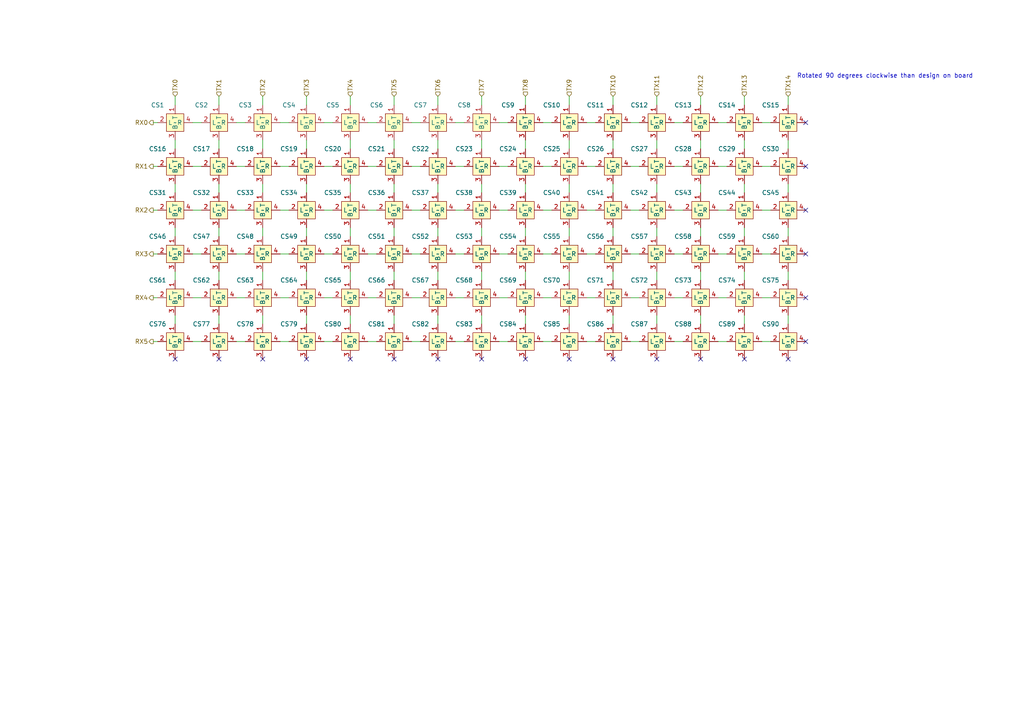
<source format=kicad_sch>
(kicad_sch (version 20230121) (generator eeschema)
  (paper "A4")
  (lib_symbols
    (symbol "captouch:Capacitive_Touch_Sensor" (in_bom no) (on_board no)
      (property "Reference" "CS" (at -3.81 3.81 0))
      (symbol "Capacitive_Touch_Sensor_1_1"
        (rectangle (start -2.54 2.54) (end 2.54 -2.54) (fill (type background)))
        (pin passive line (at 0 5.08 270) (length 2.54) (name "T") (number "1"))
        (pin passive line (at -5.08 0 0) (length 2.54) (name "L") (number "2"))
        (pin passive line (at 0 -5.08 90) (length 2.54) (name "B") (number "3"))
        (pin passive line (at 5.08 0 180) (length 2.54) (name "R") (number "4"))
      )
    )
  )
  (no_connect (at 127 104.14))
  (no_connect (at 233.68 35.56))
  (no_connect (at 233.68 48.26))
  (no_connect (at 233.68 60.96))
  (no_connect (at 114.3 104.14))
  (no_connect (at 177.8 104.14))
  (no_connect (at 165.1 104.14))
  (no_connect (at 233.68 73.66))
  (no_connect (at 233.68 86.36))
  (no_connect (at 76.2 104.14))
  (no_connect (at 88.9 104.14))
  (no_connect (at 233.68 99.06))
  (no_connect (at 139.7 104.14))
  (no_connect (at 228.6 104.14))
  (no_connect (at 152.4 104.14))
  (no_connect (at 203.2 104.14))
  (no_connect (at 50.8 104.14))
  (no_connect (at 101.6 104.14))
  (no_connect (at 215.9 104.14))
  (no_connect (at 63.5 104.14))
  (no_connect (at 190.5 104.14))
  (wire (pts (xy 101.6 78.74) (xy 101.6 81.28)))
  (wire (pts (xy 114.3 91.44) (xy 114.3 93.98)))
  (wire (pts (xy 215.9 66.04) (xy 215.9 68.58)))
  (wire (pts (xy 177.8 53.34) (xy 177.8 55.88)))
  (wire (pts (xy 132.08 73.66) (xy 134.62 73.66)))
  (wire (pts (xy 165.1 27.94) (xy 165.1 30.48)))
  (wire (pts (xy 208.28 86.36) (xy 210.82 86.36)))
  (wire (pts (xy 228.6 91.44) (xy 228.6 93.98)))
  (wire (pts (xy 119.38 35.56) (xy 121.92 35.56)))
  (wire (pts (xy 44.45 60.96) (xy 45.72 60.96)))
  (wire (pts (xy 114.3 40.64) (xy 114.3 43.18)))
  (wire (pts (xy 152.4 91.44) (xy 152.4 93.98)))
  (wire (pts (xy 76.2 66.04) (xy 76.2 68.58)))
  (wire (pts (xy 190.5 78.74) (xy 190.5 81.28)))
  (wire (pts (xy 101.6 66.04) (xy 101.6 68.58)))
  (wire (pts (xy 157.48 35.56) (xy 160.02 35.56)))
  (wire (pts (xy 93.98 99.06) (xy 96.52 99.06)))
  (wire (pts (xy 195.58 73.66) (xy 198.12 73.66)))
  (wire (pts (xy 182.88 60.96) (xy 185.42 60.96)))
  (wire (pts (xy 195.58 86.36) (xy 198.12 86.36)))
  (wire (pts (xy 132.08 86.36) (xy 134.62 86.36)))
  (wire (pts (xy 50.8 78.74) (xy 50.8 81.28)))
  (wire (pts (xy 177.8 66.04) (xy 177.8 68.58)))
  (wire (pts (xy 190.5 27.94) (xy 190.5 30.48)))
  (wire (pts (xy 55.88 73.66) (xy 58.42 73.66)))
  (wire (pts (xy 88.9 66.04) (xy 88.9 68.58)))
  (wire (pts (xy 170.18 99.06) (xy 172.72 99.06)))
  (wire (pts (xy 228.6 66.04) (xy 228.6 68.58)))
  (wire (pts (xy 106.68 73.66) (xy 109.22 73.66)))
  (wire (pts (xy 101.6 91.44) (xy 101.6 93.98)))
  (wire (pts (xy 139.7 66.04) (xy 139.7 68.58)))
  (wire (pts (xy 144.78 60.96) (xy 147.32 60.96)))
  (wire (pts (xy 177.8 40.64) (xy 177.8 43.18)))
  (wire (pts (xy 182.88 35.56) (xy 185.42 35.56)))
  (wire (pts (xy 127 40.64) (xy 127 43.18)))
  (wire (pts (xy 88.9 91.44) (xy 88.9 93.98)))
  (wire (pts (xy 132.08 60.96) (xy 134.62 60.96)))
  (wire (pts (xy 44.45 99.06) (xy 45.72 99.06)))
  (wire (pts (xy 190.5 53.34) (xy 190.5 55.88)))
  (wire (pts (xy 208.28 35.56) (xy 210.82 35.56)))
  (wire (pts (xy 93.98 35.56) (xy 96.52 35.56)))
  (wire (pts (xy 208.28 73.66) (xy 210.82 73.66)))
  (wire (pts (xy 81.28 86.36) (xy 83.82 86.36)))
  (wire (pts (xy 139.7 91.44) (xy 139.7 93.98)))
  (wire (pts (xy 93.98 86.36) (xy 96.52 86.36)))
  (wire (pts (xy 63.5 91.44) (xy 63.5 93.98)))
  (wire (pts (xy 76.2 78.74) (xy 76.2 81.28)))
  (wire (pts (xy 228.6 40.64) (xy 228.6 43.18)))
  (wire (pts (xy 190.5 91.44) (xy 190.5 93.98)))
  (wire (pts (xy 165.1 66.04) (xy 165.1 68.58)))
  (wire (pts (xy 157.48 86.36) (xy 160.02 86.36)))
  (wire (pts (xy 119.38 48.26) (xy 121.92 48.26)))
  (wire (pts (xy 152.4 27.94) (xy 152.4 30.48)))
  (wire (pts (xy 215.9 53.34) (xy 215.9 55.88)))
  (wire (pts (xy 139.7 53.34) (xy 139.7 55.88)))
  (wire (pts (xy 106.68 35.56) (xy 109.22 35.56)))
  (wire (pts (xy 208.28 99.06) (xy 210.82 99.06)))
  (wire (pts (xy 139.7 78.74) (xy 139.7 81.28)))
  (wire (pts (xy 88.9 53.34) (xy 88.9 55.88)))
  (wire (pts (xy 63.5 53.34) (xy 63.5 55.88)))
  (wire (pts (xy 127 78.74) (xy 127 81.28)))
  (wire (pts (xy 68.58 48.26) (xy 71.12 48.26)))
  (wire (pts (xy 55.88 99.06) (xy 58.42 99.06)))
  (wire (pts (xy 119.38 60.96) (xy 121.92 60.96)))
  (wire (pts (xy 63.5 40.64) (xy 63.5 43.18)))
  (wire (pts (xy 139.7 27.94) (xy 139.7 30.48)))
  (wire (pts (xy 114.3 66.04) (xy 114.3 68.58)))
  (wire (pts (xy 182.88 86.36) (xy 185.42 86.36)))
  (wire (pts (xy 106.68 99.06) (xy 109.22 99.06)))
  (wire (pts (xy 203.2 91.44) (xy 203.2 93.98)))
  (wire (pts (xy 93.98 60.96) (xy 96.52 60.96)))
  (wire (pts (xy 68.58 60.96) (xy 71.12 60.96)))
  (wire (pts (xy 177.8 27.94) (xy 177.8 30.48)))
  (wire (pts (xy 215.9 27.94) (xy 215.9 30.48)))
  (wire (pts (xy 81.28 60.96) (xy 83.82 60.96)))
  (wire (pts (xy 88.9 40.64) (xy 88.9 43.18)))
  (wire (pts (xy 220.98 48.26) (xy 223.52 48.26)))
  (wire (pts (xy 190.5 40.64) (xy 190.5 43.18)))
  (wire (pts (xy 132.08 35.56) (xy 134.62 35.56)))
  (wire (pts (xy 76.2 27.94) (xy 76.2 30.48)))
  (wire (pts (xy 152.4 40.64) (xy 152.4 43.18)))
  (wire (pts (xy 81.28 48.26) (xy 83.82 48.26)))
  (wire (pts (xy 44.45 35.56) (xy 45.72 35.56)))
  (wire (pts (xy 127 27.94) (xy 127 30.48)))
  (wire (pts (xy 88.9 27.94) (xy 88.9 30.48)))
  (wire (pts (xy 139.7 40.64) (xy 139.7 43.18)))
  (wire (pts (xy 220.98 35.56) (xy 223.52 35.56)))
  (wire (pts (xy 63.5 78.74) (xy 63.5 81.28)))
  (wire (pts (xy 119.38 99.06) (xy 121.92 99.06)))
  (wire (pts (xy 157.48 60.96) (xy 160.02 60.96)))
  (wire (pts (xy 220.98 73.66) (xy 223.52 73.66)))
  (wire (pts (xy 195.58 35.56) (xy 198.12 35.56)))
  (wire (pts (xy 55.88 60.96) (xy 58.42 60.96)))
  (wire (pts (xy 106.68 86.36) (xy 109.22 86.36)))
  (wire (pts (xy 76.2 53.34) (xy 76.2 55.88)))
  (wire (pts (xy 170.18 48.26) (xy 172.72 48.26)))
  (wire (pts (xy 81.28 73.66) (xy 83.82 73.66)))
  (wire (pts (xy 88.9 78.74) (xy 88.9 81.28)))
  (wire (pts (xy 50.8 66.04) (xy 50.8 68.58)))
  (wire (pts (xy 68.58 86.36) (xy 71.12 86.36)))
  (wire (pts (xy 68.58 73.66) (xy 71.12 73.66)))
  (wire (pts (xy 203.2 78.74) (xy 203.2 81.28)))
  (wire (pts (xy 182.88 48.26) (xy 185.42 48.26)))
  (wire (pts (xy 157.48 73.66) (xy 160.02 73.66)))
  (wire (pts (xy 63.5 66.04) (xy 63.5 68.58)))
  (wire (pts (xy 177.8 91.44) (xy 177.8 93.98)))
  (wire (pts (xy 44.45 73.66) (xy 45.72 73.66)))
  (wire (pts (xy 203.2 53.34) (xy 203.2 55.88)))
  (wire (pts (xy 81.28 99.06) (xy 83.82 99.06)))
  (wire (pts (xy 76.2 40.64) (xy 76.2 43.18)))
  (wire (pts (xy 220.98 60.96) (xy 223.52 60.96)))
  (wire (pts (xy 182.88 73.66) (xy 185.42 73.66)))
  (wire (pts (xy 170.18 60.96) (xy 172.72 60.96)))
  (wire (pts (xy 114.3 78.74) (xy 114.3 81.28)))
  (wire (pts (xy 152.4 66.04) (xy 152.4 68.58)))
  (wire (pts (xy 81.28 35.56) (xy 83.82 35.56)))
  (wire (pts (xy 106.68 60.96) (xy 109.22 60.96)))
  (wire (pts (xy 119.38 86.36) (xy 121.92 86.36)))
  (wire (pts (xy 63.5 27.94) (xy 63.5 30.48)))
  (wire (pts (xy 228.6 78.74) (xy 228.6 81.28)))
  (wire (pts (xy 144.78 48.26) (xy 147.32 48.26)))
  (wire (pts (xy 106.68 48.26) (xy 109.22 48.26)))
  (wire (pts (xy 165.1 40.64) (xy 165.1 43.18)))
  (wire (pts (xy 44.45 86.36) (xy 45.72 86.36)))
  (wire (pts (xy 144.78 99.06) (xy 147.32 99.06)))
  (wire (pts (xy 215.9 78.74) (xy 215.9 81.28)))
  (wire (pts (xy 157.48 48.26) (xy 160.02 48.26)))
  (wire (pts (xy 127 53.34) (xy 127 55.88)))
  (wire (pts (xy 170.18 86.36) (xy 172.72 86.36)))
  (wire (pts (xy 177.8 78.74) (xy 177.8 81.28)))
  (wire (pts (xy 157.48 99.06) (xy 160.02 99.06)))
  (wire (pts (xy 144.78 35.56) (xy 147.32 35.56)))
  (wire (pts (xy 170.18 73.66) (xy 172.72 73.66)))
  (wire (pts (xy 101.6 53.34) (xy 101.6 55.88)))
  (wire (pts (xy 114.3 53.34) (xy 114.3 55.88)))
  (wire (pts (xy 190.5 66.04) (xy 190.5 68.58)))
  (wire (pts (xy 203.2 40.64) (xy 203.2 43.18)))
  (wire (pts (xy 208.28 60.96) (xy 210.82 60.96)))
  (wire (pts (xy 195.58 48.26) (xy 198.12 48.26)))
  (wire (pts (xy 55.88 48.26) (xy 58.42 48.26)))
  (wire (pts (xy 228.6 27.94) (xy 228.6 30.48)))
  (wire (pts (xy 50.8 91.44) (xy 50.8 93.98)))
  (wire (pts (xy 208.28 48.26) (xy 210.82 48.26)))
  (wire (pts (xy 203.2 27.94) (xy 203.2 30.48)))
  (wire (pts (xy 165.1 78.74) (xy 165.1 81.28)))
  (wire (pts (xy 68.58 35.56) (xy 71.12 35.56)))
  (wire (pts (xy 93.98 73.66) (xy 96.52 73.66)))
  (wire (pts (xy 152.4 53.34) (xy 152.4 55.88)))
  (wire (pts (xy 195.58 99.06) (xy 198.12 99.06)))
  (wire (pts (xy 76.2 91.44) (xy 76.2 93.98)))
  (wire (pts (xy 93.98 48.26) (xy 96.52 48.26)))
  (wire (pts (xy 55.88 86.36) (xy 58.42 86.36)))
  (wire (pts (xy 101.6 27.94) (xy 101.6 30.48)))
  (wire (pts (xy 44.45 48.26) (xy 45.72 48.26)))
  (wire (pts (xy 50.8 27.94) (xy 50.8 30.48)))
  (wire (pts (xy 127 91.44) (xy 127 93.98)))
  (wire (pts (xy 50.8 53.34) (xy 50.8 55.88)))
  (wire (pts (xy 101.6 40.64) (xy 101.6 43.18)))
  (wire (pts (xy 132.08 99.06) (xy 134.62 99.06)))
  (wire (pts (xy 220.98 99.06) (xy 223.52 99.06)))
  (wire (pts (xy 132.08 48.26) (xy 134.62 48.26)))
  (wire (pts (xy 182.88 99.06) (xy 185.42 99.06)))
  (wire (pts (xy 228.6 53.34) (xy 228.6 55.88)))
  (wire (pts (xy 165.1 53.34) (xy 165.1 55.88)))
  (wire (pts (xy 203.2 66.04) (xy 203.2 68.58)))
  (wire (pts (xy 127 66.04) (xy 127 68.58)))
  (wire (pts (xy 50.8 40.64) (xy 50.8 43.18)))
  (wire (pts (xy 68.58 99.06) (xy 71.12 99.06)))
  (wire (pts (xy 195.58 60.96) (xy 198.12 60.96)))
  (wire (pts (xy 170.18 35.56) (xy 172.72 35.56)))
  (wire (pts (xy 165.1 91.44) (xy 165.1 93.98)))
  (wire (pts (xy 220.98 86.36) (xy 223.52 86.36)))
  (wire (pts (xy 152.4 78.74) (xy 152.4 81.28)))
  (wire (pts (xy 119.38 73.66) (xy 121.92 73.66)))
  (wire (pts (xy 215.9 91.44) (xy 215.9 93.98)))
  (wire (pts (xy 144.78 73.66) (xy 147.32 73.66)))
  (wire (pts (xy 55.88 35.56) (xy 58.42 35.56)))
  (wire (pts (xy 114.3 27.94) (xy 114.3 30.48)))
  (wire (pts (xy 144.78 86.36) (xy 147.32 86.36)))
  (wire (pts (xy 215.9 40.64) (xy 215.9 43.18)))
  (text "Rotated 90 degrees clockwise than design on board" (at 231.14 22.86 0) (effects (font (size 1.27 1.27)) (justify left bottom)))
  (hierarchical_label "TX11" (shape input) (at 190.5 27.94 90))
  (hierarchical_label "RX2" (shape output) (at 44.45 60.96 180))
  (hierarchical_label "TX8" (shape input) (at 152.4 27.94 90))
  (hierarchical_label "TX7" (shape input) (at 139.7 27.94 90))
  (hierarchical_label "TX14" (shape input) (at 228.6 27.94 90))
  (hierarchical_label "TX1" (shape input) (at 63.5 27.94 90))
  (hierarchical_label "TX4" (shape input) (at 101.6 27.94 90))
  (hierarchical_label "TX3" (shape input) (at 88.9 27.94 90))
  (hierarchical_label "TX5" (shape input) (at 114.3 27.94 90))
  (hierarchical_label "RX0" (shape output) (at 44.45 35.56 180))
  (hierarchical_label "TX0" (shape input) (at 50.8 27.94 90))
  (hierarchical_label "RX1" (shape output) (at 44.45 48.26 180))
  (hierarchical_label "TX12" (shape input) (at 203.2 27.94 90))
  (hierarchical_label "TX6" (shape input) (at 127 27.94 90))
  (hierarchical_label "RX5" (shape output) (at 44.45 99.06 180))
  (hierarchical_label "TX13" (shape input) (at 215.9 27.94 90))
  (hierarchical_label "RX3" (shape output) (at 44.45 73.66 180))
  (hierarchical_label "TX2" (shape input) (at 76.2 27.94 90))
  (hierarchical_label "TX9" (shape input) (at 165.1 27.94 90))
  (hierarchical_label "TX10" (shape input) (at 177.8 27.94 90))
  (hierarchical_label "RX4" (shape output) (at 44.45 86.36 180))
  (symbol (lib_id "captouch:Capacitive_Touch_Sensor") (at 215.9 48.26 0) (unit 1) (in_bom no) (on_board no)
    (property "Reference" "CS29" (at 210.82 43.18 0))
    (property "Value" "~" (at 215.9 48.26 0))
  )
  (symbol (lib_id "captouch:Capacitive_Touch_Sensor") (at 139.7 86.36 0) (unit 1) (in_bom no) (on_board no)
    (property "Reference" "CS68" (at 134.62 81.28 0))
    (property "Value" "~" (at 139.7 86.36 0))
  )
  (symbol (lib_id "captouch:Capacitive_Touch_Sensor") (at 63.5 48.26 0) (unit 1) (in_bom no) (on_board no)
    (property "Reference" "CS17" (at 58.42 43.18 0))
    (property "Value" "~" (at 63.5 48.26 0))
  )
  (symbol (lib_id "captouch:Capacitive_Touch_Sensor") (at 76.2 99.06 0) (unit 1) (in_bom no) (on_board no)
    (property "Reference" "CS78" (at 71.12 93.98 0))
    (property "Value" "~" (at 76.2 99.06 0))
  )
  (symbol (lib_id "captouch:Capacitive_Touch_Sensor") (at 50.8 60.96 0) (unit 1) (in_bom no) (on_board no)
    (property "Reference" "CS31" (at 45.72 55.88 0))
    (property "Value" "~" (at 50.8 60.96 0))
  )
  (symbol (lib_id "captouch:Capacitive_Touch_Sensor") (at 88.9 73.66 0) (unit 1) (in_bom no) (on_board no)
    (property "Reference" "CS49" (at 83.82 68.58 0))
    (property "Value" "~" (at 88.9 73.66 0))
  )
  (symbol (lib_id "captouch:Capacitive_Touch_Sensor") (at 127 86.36 0) (unit 1) (in_bom no) (on_board no)
    (property "Reference" "CS67" (at 121.92 81.28 0))
    (property "Value" "~" (at 127 86.36 0))
  )
  (symbol (lib_id "captouch:Capacitive_Touch_Sensor") (at 76.2 35.56 0) (unit 1) (in_bom no) (on_board no)
    (property "Reference" "CS3" (at 71.12 30.48 0))
    (property "Value" "~" (at 76.2 35.56 0))
  )
  (symbol (lib_id "captouch:Capacitive_Touch_Sensor") (at 63.5 73.66 0) (unit 1) (in_bom no) (on_board no)
    (property "Reference" "CS47" (at 58.42 68.58 0))
    (property "Value" "~" (at 63.5 73.66 0))
  )
  (symbol (lib_id "captouch:Capacitive_Touch_Sensor") (at 114.3 35.56 0) (unit 1) (in_bom no) (on_board no)
    (property "Reference" "CS6" (at 109.22 30.48 0))
    (property "Value" "~" (at 114.3 35.56 0))
  )
  (symbol (lib_id "captouch:Capacitive_Touch_Sensor") (at 165.1 86.36 0) (unit 1) (in_bom no) (on_board no)
    (property "Reference" "CS70" (at 160.02 81.28 0))
    (property "Value" "~" (at 165.1 86.36 0))
  )
  (symbol (lib_id "captouch:Capacitive_Touch_Sensor") (at 139.7 99.06 0) (unit 1) (in_bom no) (on_board no)
    (property "Reference" "CS83" (at 134.62 93.98 0))
    (property "Value" "~" (at 139.7 99.06 0))
  )
  (symbol (lib_id "captouch:Capacitive_Touch_Sensor") (at 127 73.66 0) (unit 1) (in_bom no) (on_board no)
    (property "Reference" "CS52" (at 121.92 68.58 0))
    (property "Value" "~" (at 127 73.66 0))
  )
  (symbol (lib_id "captouch:Capacitive_Touch_Sensor") (at 101.6 60.96 0) (unit 1) (in_bom no) (on_board no)
    (property "Reference" "CS35" (at 96.52 55.88 0))
    (property "Value" "~" (at 101.6 60.96 0))
  )
  (symbol (lib_id "captouch:Capacitive_Touch_Sensor") (at 139.7 60.96 0) (unit 1) (in_bom no) (on_board no)
    (property "Reference" "CS38" (at 134.62 55.88 0))
    (property "Value" "~" (at 139.7 60.96 0))
  )
  (symbol (lib_id "captouch:Capacitive_Touch_Sensor") (at 114.3 60.96 0) (unit 1) (in_bom no) (on_board no)
    (property "Reference" "CS36" (at 109.22 55.88 0))
    (property "Value" "~" (at 114.3 60.96 0))
  )
  (symbol (lib_id "captouch:Capacitive_Touch_Sensor") (at 152.4 35.56 0) (unit 1) (in_bom no) (on_board no)
    (property "Reference" "CS9" (at 147.32 30.48 0))
    (property "Value" "~" (at 152.4 35.56 0))
  )
  (symbol (lib_id "captouch:Capacitive_Touch_Sensor") (at 228.6 35.56 0) (unit 1) (in_bom no) (on_board no)
    (property "Reference" "CS15" (at 223.52 30.48 0))
    (property "Value" "~" (at 228.6 35.56 0))
  )
  (symbol (lib_id "captouch:Capacitive_Touch_Sensor") (at 203.2 99.06 0) (unit 1) (in_bom no) (on_board no)
    (property "Reference" "CS88" (at 198.12 93.98 0))
    (property "Value" "~" (at 203.2 99.06 0))
  )
  (symbol (lib_id "captouch:Capacitive_Touch_Sensor") (at 215.9 86.36 0) (unit 1) (in_bom no) (on_board no)
    (property "Reference" "CS74" (at 210.82 81.28 0))
    (property "Value" "~" (at 215.9 86.36 0))
  )
  (symbol (lib_id "captouch:Capacitive_Touch_Sensor") (at 127 60.96 0) (unit 1) (in_bom no) (on_board no)
    (property "Reference" "CS37" (at 121.92 55.88 0))
    (property "Value" "~" (at 127 60.96 0))
  )
  (symbol (lib_id "captouch:Capacitive_Touch_Sensor") (at 101.6 73.66 0) (unit 1) (in_bom no) (on_board no)
    (property "Reference" "CS50" (at 96.52 68.58 0))
    (property "Value" "~" (at 101.6 73.66 0))
  )
  (symbol (lib_id "captouch:Capacitive_Touch_Sensor") (at 177.8 60.96 0) (unit 1) (in_bom no) (on_board no)
    (property "Reference" "CS41" (at 172.72 55.88 0))
    (property "Value" "~" (at 177.8 60.96 0))
  )
  (symbol (lib_id "captouch:Capacitive_Touch_Sensor") (at 165.1 35.56 0) (unit 1) (in_bom no) (on_board no)
    (property "Reference" "CS10" (at 160.02 30.48 0))
    (property "Value" "~" (at 165.1 35.56 0))
  )
  (symbol (lib_id "captouch:Capacitive_Touch_Sensor") (at 114.3 73.66 0) (unit 1) (in_bom no) (on_board no)
    (property "Reference" "CS51" (at 109.22 68.58 0))
    (property "Value" "~" (at 114.3 73.66 0))
  )
  (symbol (lib_id "captouch:Capacitive_Touch_Sensor") (at 88.9 99.06 0) (unit 1) (in_bom no) (on_board no)
    (property "Reference" "CS79" (at 83.82 93.98 0))
    (property "Value" "~" (at 88.9 99.06 0))
  )
  (symbol (lib_id "captouch:Capacitive_Touch_Sensor") (at 63.5 99.06 0) (unit 1) (in_bom no) (on_board no)
    (property "Reference" "CS77" (at 58.42 93.98 0))
    (property "Value" "~" (at 63.5 99.06 0))
  )
  (symbol (lib_id "captouch:Capacitive_Touch_Sensor") (at 177.8 48.26 0) (unit 1) (in_bom no) (on_board no)
    (property "Reference" "CS26" (at 172.72 43.18 0))
    (property "Value" "~" (at 177.8 48.26 0))
  )
  (symbol (lib_id "captouch:Capacitive_Touch_Sensor") (at 165.1 60.96 0) (unit 1) (in_bom no) (on_board no)
    (property "Reference" "CS40" (at 160.02 55.88 0))
    (property "Value" "~" (at 165.1 60.96 0))
  )
  (symbol (lib_id "captouch:Capacitive_Touch_Sensor") (at 177.8 35.56 0) (unit 1) (in_bom no) (on_board no)
    (property "Reference" "CS11" (at 172.72 30.48 0))
    (property "Value" "~" (at 177.8 35.56 0))
  )
  (symbol (lib_id "captouch:Capacitive_Touch_Sensor") (at 228.6 73.66 0) (unit 1) (in_bom no) (on_board no)
    (property "Reference" "CS60" (at 223.52 68.58 0))
    (property "Value" "~" (at 228.6 73.66 0))
  )
  (symbol (lib_id "captouch:Capacitive_Touch_Sensor") (at 127 99.06 0) (unit 1) (in_bom no) (on_board no)
    (property "Reference" "CS82" (at 121.92 93.98 0))
    (property "Value" "~" (at 127 99.06 0))
  )
  (symbol (lib_id "captouch:Capacitive_Touch_Sensor") (at 203.2 48.26 0) (unit 1) (in_bom no) (on_board no)
    (property "Reference" "CS28" (at 198.12 43.18 0))
    (property "Value" "~" (at 203.2 48.26 0))
  )
  (symbol (lib_id "captouch:Capacitive_Touch_Sensor") (at 203.2 60.96 0) (unit 1) (in_bom no) (on_board no)
    (property "Reference" "CS43" (at 198.12 55.88 0))
    (property "Value" "~" (at 203.2 60.96 0))
  )
  (symbol (lib_id "captouch:Capacitive_Touch_Sensor") (at 114.3 99.06 0) (unit 1) (in_bom no) (on_board no)
    (property "Reference" "CS81" (at 109.22 93.98 0))
    (property "Value" "~" (at 114.3 99.06 0))
  )
  (symbol (lib_id "captouch:Capacitive_Touch_Sensor") (at 228.6 48.26 0) (unit 1) (in_bom no) (on_board no)
    (property "Reference" "CS30" (at 223.52 43.18 0))
    (property "Value" "~" (at 228.6 48.26 0))
  )
  (symbol (lib_id "captouch:Capacitive_Touch_Sensor") (at 63.5 60.96 0) (unit 1) (in_bom no) (on_board no)
    (property "Reference" "CS32" (at 58.42 55.88 0))
    (property "Value" "~" (at 63.5 60.96 0))
  )
  (symbol (lib_id "captouch:Capacitive_Touch_Sensor") (at 190.5 86.36 0) (unit 1) (in_bom no) (on_board no)
    (property "Reference" "CS72" (at 185.42 81.28 0))
    (property "Value" "~" (at 190.5 86.36 0))
  )
  (symbol (lib_id "captouch:Capacitive_Touch_Sensor") (at 215.9 99.06 0) (unit 1) (in_bom no) (on_board no)
    (property "Reference" "CS89" (at 210.82 93.98 0))
    (property "Value" "~" (at 215.9 99.06 0))
  )
  (symbol (lib_id "captouch:Capacitive_Touch_Sensor") (at 88.9 60.96 0) (unit 1) (in_bom no) (on_board no)
    (property "Reference" "CS34" (at 83.82 55.88 0))
    (property "Value" "~" (at 88.9 60.96 0))
  )
  (symbol (lib_id "captouch:Capacitive_Touch_Sensor") (at 50.8 48.26 0) (unit 1) (in_bom no) (on_board no)
    (property "Reference" "CS16" (at 45.72 43.18 0))
    (property "Value" "~" (at 50.8 48.26 0))
  )
  (symbol (lib_id "captouch:Capacitive_Touch_Sensor") (at 177.8 73.66 0) (unit 1) (in_bom no) (on_board no)
    (property "Reference" "CS56" (at 172.72 68.58 0))
    (property "Value" "~" (at 177.8 73.66 0))
  )
  (symbol (lib_id "captouch:Capacitive_Touch_Sensor") (at 63.5 35.56 0) (unit 1) (in_bom no) (on_board no)
    (property "Reference" "CS2" (at 58.42 30.48 0))
    (property "Value" "~" (at 63.5 35.56 0))
  )
  (symbol (lib_id "captouch:Capacitive_Touch_Sensor") (at 190.5 73.66 0) (unit 1) (in_bom no) (on_board no)
    (property "Reference" "CS57" (at 185.42 68.58 0))
    (property "Value" "~" (at 190.5 73.66 0))
  )
  (symbol (lib_id "captouch:Capacitive_Touch_Sensor") (at 190.5 99.06 0) (unit 1) (in_bom no) (on_board no)
    (property "Reference" "CS87" (at 185.42 93.98 0))
    (property "Value" "~" (at 190.5 99.06 0))
  )
  (symbol (lib_id "captouch:Capacitive_Touch_Sensor") (at 63.5 86.36 0) (unit 1) (in_bom no) (on_board no)
    (property "Reference" "CS62" (at 58.42 81.28 0))
    (property "Value" "~" (at 63.5 86.36 0))
  )
  (symbol (lib_id "captouch:Capacitive_Touch_Sensor") (at 50.8 86.36 0) (unit 1) (in_bom no) (on_board no)
    (property "Reference" "CS61" (at 45.72 81.28 0))
    (property "Value" "~" (at 50.8 86.36 0))
  )
  (symbol (lib_id "captouch:Capacitive_Touch_Sensor") (at 101.6 35.56 0) (unit 1) (in_bom no) (on_board no)
    (property "Reference" "CS5" (at 96.52 30.48 0))
    (property "Value" "~" (at 101.6 35.56 0))
  )
  (symbol (lib_id "captouch:Capacitive_Touch_Sensor") (at 50.8 99.06 0) (unit 1) (in_bom no) (on_board no)
    (property "Reference" "CS76" (at 45.72 93.98 0))
    (property "Value" "~" (at 50.8 99.06 0))
  )
  (symbol (lib_id "captouch:Capacitive_Touch_Sensor") (at 88.9 86.36 0) (unit 1) (in_bom no) (on_board no)
    (property "Reference" "CS64" (at 83.82 81.28 0))
    (property "Value" "~" (at 88.9 86.36 0))
  )
  (symbol (lib_id "captouch:Capacitive_Touch_Sensor") (at 139.7 48.26 0) (unit 1) (in_bom no) (on_board no)
    (property "Reference" "CS23" (at 134.62 43.18 0))
    (property "Value" "~" (at 139.7 48.26 0))
  )
  (symbol (lib_id "captouch:Capacitive_Touch_Sensor") (at 203.2 73.66 0) (unit 1) (in_bom no) (on_board no)
    (property "Reference" "CS58" (at 198.12 68.58 0))
    (property "Value" "~" (at 203.2 73.66 0))
  )
  (symbol (lib_id "captouch:Capacitive_Touch_Sensor") (at 88.9 48.26 0) (unit 1) (in_bom no) (on_board no)
    (property "Reference" "CS19" (at 83.82 43.18 0))
    (property "Value" "~" (at 88.9 48.26 0))
  )
  (symbol (lib_id "captouch:Capacitive_Touch_Sensor") (at 88.9 35.56 0) (unit 1) (in_bom no) (on_board no)
    (property "Reference" "CS4" (at 83.82 30.48 0))
    (property "Value" "~" (at 88.9 35.56 0))
  )
  (symbol (lib_id "captouch:Capacitive_Touch_Sensor") (at 152.4 73.66 0) (unit 1) (in_bom no) (on_board no)
    (property "Reference" "CS54" (at 147.32 68.58 0))
    (property "Value" "~" (at 152.4 73.66 0))
  )
  (symbol (lib_id "captouch:Capacitive_Touch_Sensor") (at 76.2 48.26 0) (unit 1) (in_bom no) (on_board no)
    (property "Reference" "CS18" (at 71.12 43.18 0))
    (property "Value" "~" (at 76.2 48.26 0))
  )
  (symbol (lib_id "captouch:Capacitive_Touch_Sensor") (at 203.2 86.36 0) (unit 1) (in_bom no) (on_board no)
    (property "Reference" "CS73" (at 198.12 81.28 0))
    (property "Value" "~" (at 203.2 86.36 0))
  )
  (symbol (lib_id "captouch:Capacitive_Touch_Sensor") (at 215.9 73.66 0) (unit 1) (in_bom no) (on_board no)
    (property "Reference" "CS59" (at 210.82 68.58 0))
    (property "Value" "~" (at 215.9 73.66 0))
  )
  (symbol (lib_id "captouch:Capacitive_Touch_Sensor") (at 50.8 35.56 0) (unit 1) (in_bom no) (on_board no)
    (property "Reference" "CS1" (at 45.72 30.48 0))
    (property "Value" "~" (at 50.8 35.56 0))
  )
  (symbol (lib_id "captouch:Capacitive_Touch_Sensor") (at 152.4 60.96 0) (unit 1) (in_bom no) (on_board no)
    (property "Reference" "CS39" (at 147.32 55.88 0))
    (property "Value" "~" (at 152.4 60.96 0))
  )
  (symbol (lib_id "captouch:Capacitive_Touch_Sensor") (at 228.6 60.96 0) (unit 1) (in_bom no) (on_board no)
    (property "Reference" "CS45" (at 223.52 55.88 0))
    (property "Value" "~" (at 228.6 60.96 0))
  )
  (symbol (lib_id "captouch:Capacitive_Touch_Sensor") (at 101.6 99.06 0) (unit 1) (in_bom no) (on_board no)
    (property "Reference" "CS80" (at 96.52 93.98 0))
    (property "Value" "~" (at 101.6 99.06 0))
  )
  (symbol (lib_id "captouch:Capacitive_Touch_Sensor") (at 177.8 99.06 0) (unit 1) (in_bom no) (on_board no)
    (property "Reference" "CS86" (at 172.72 93.98 0))
    (property "Value" "~" (at 177.8 99.06 0))
  )
  (symbol (lib_id "captouch:Capacitive_Touch_Sensor") (at 152.4 48.26 0) (unit 1) (in_bom no) (on_board no)
    (property "Reference" "CS24" (at 147.32 43.18 0))
    (property "Value" "~" (at 152.4 48.26 0))
  )
  (symbol (lib_id "captouch:Capacitive_Touch_Sensor") (at 76.2 73.66 0) (unit 1) (in_bom no) (on_board no)
    (property "Reference" "CS48" (at 71.12 68.58 0))
    (property "Value" "~" (at 76.2 73.66 0))
  )
  (symbol (lib_id "captouch:Capacitive_Touch_Sensor") (at 165.1 48.26 0) (unit 1) (in_bom no) (on_board no)
    (property "Reference" "CS25" (at 160.02 43.18 0))
    (property "Value" "~" (at 165.1 48.26 0))
  )
  (symbol (lib_id "captouch:Capacitive_Touch_Sensor") (at 139.7 73.66 0) (unit 1) (in_bom no) (on_board no)
    (property "Reference" "CS53" (at 134.62 68.58 0))
    (property "Value" "~" (at 139.7 73.66 0))
  )
  (symbol (lib_id "captouch:Capacitive_Touch_Sensor") (at 114.3 86.36 0) (unit 1) (in_bom no) (on_board no)
    (property "Reference" "CS66" (at 109.22 81.28 0))
    (property "Value" "~" (at 114.3 86.36 0))
  )
  (symbol (lib_id "captouch:Capacitive_Touch_Sensor") (at 152.4 99.06 0) (unit 1) (in_bom no) (on_board no)
    (property "Reference" "CS84" (at 147.32 93.98 0))
    (property "Value" "~" (at 152.4 99.06 0))
  )
  (symbol (lib_id "captouch:Capacitive_Touch_Sensor") (at 127 35.56 0) (unit 1) (in_bom no) (on_board no)
    (property "Reference" "CS7" (at 121.92 30.48 0))
    (property "Value" "~" (at 127 35.56 0))
  )
  (symbol (lib_id "captouch:Capacitive_Touch_Sensor") (at 50.8 73.66 0) (unit 1) (in_bom no) (on_board no)
    (property "Reference" "CS46" (at 45.72 68.58 0))
    (property "Value" "~" (at 50.8 73.66 0))
  )
  (symbol (lib_id "captouch:Capacitive_Touch_Sensor") (at 190.5 60.96 0) (unit 1) (in_bom no) (on_board no)
    (property "Reference" "CS42" (at 185.42 55.88 0))
    (property "Value" "~" (at 190.5 60.96 0))
  )
  (symbol (lib_id "captouch:Capacitive_Touch_Sensor") (at 127 48.26 0) (unit 1) (in_bom no) (on_board no)
    (property "Reference" "CS22" (at 121.92 43.18 0))
    (property "Value" "~" (at 127 48.26 0))
  )
  (symbol (lib_id "captouch:Capacitive_Touch_Sensor") (at 190.5 35.56 0) (unit 1) (in_bom no) (on_board no)
    (property "Reference" "CS12" (at 185.42 30.48 0))
    (property "Value" "~" (at 190.5 35.56 0))
  )
  (symbol (lib_id "captouch:Capacitive_Touch_Sensor") (at 152.4 86.36 0) (unit 1) (in_bom no) (on_board no)
    (property "Reference" "CS69" (at 147.32 81.28 0))
    (property "Value" "~" (at 152.4 86.36 0))
  )
  (symbol (lib_id "captouch:Capacitive_Touch_Sensor") (at 228.6 99.06 0) (unit 1) (in_bom no) (on_board no)
    (property "Reference" "CS90" (at 223.52 93.98 0))
    (property "Value" "~" (at 228.6 99.06 0))
  )
  (symbol (lib_id "captouch:Capacitive_Touch_Sensor") (at 177.8 86.36 0) (unit 1) (in_bom no) (on_board no)
    (property "Reference" "CS71" (at 172.72 81.28 0))
    (property "Value" "~" (at 177.8 86.36 0))
  )
  (symbol (lib_id "captouch:Capacitive_Touch_Sensor") (at 203.2 35.56 0) (unit 1) (in_bom no) (on_board no)
    (property "Reference" "CS13" (at 198.12 30.48 0))
    (property "Value" "~" (at 203.2 35.56 0))
  )
  (symbol (lib_id "captouch:Capacitive_Touch_Sensor") (at 139.7 35.56 0) (unit 1) (in_bom no) (on_board no)
    (property "Reference" "CS8" (at 134.62 30.48 0))
    (property "Value" "~" (at 139.7 35.56 0))
  )
  (symbol (lib_id "captouch:Capacitive_Touch_Sensor") (at 101.6 48.26 0) (unit 1) (in_bom no) (on_board no)
    (property "Reference" "CS20" (at 96.52 43.18 0))
    (property "Value" "~" (at 101.6 48.26 0))
  )
  (symbol (lib_id "captouch:Capacitive_Touch_Sensor") (at 101.6 86.36 0) (unit 1) (in_bom no) (on_board no)
    (property "Reference" "CS65" (at 96.52 81.28 0))
    (property "Value" "~" (at 101.6 86.36 0))
  )
  (symbol (lib_id "captouch:Capacitive_Touch_Sensor") (at 165.1 73.66 0) (unit 1) (in_bom no) (on_board no)
    (property "Reference" "CS55" (at 160.02 68.58 0))
    (property "Value" "~" (at 165.1 73.66 0))
  )
  (symbol (lib_id "captouch:Capacitive_Touch_Sensor") (at 190.5 48.26 0) (unit 1) (in_bom no) (on_board no)
    (property "Reference" "CS27" (at 185.42 43.18 0))
    (property "Value" "~" (at 190.5 48.26 0))
  )
  (symbol (lib_id "captouch:Capacitive_Touch_Sensor") (at 228.6 86.36 0) (unit 1) (in_bom no) (on_board no)
    (property "Reference" "CS75" (at 223.52 81.28 0))
    (property "Value" "~" (at 228.6 86.36 0))
  )
  (symbol (lib_id "captouch:Capacitive_Touch_Sensor") (at 215.9 35.56 0) (unit 1) (in_bom no) (on_board no)
    (property "Reference" "CS14" (at 210.82 30.48 0))
    (property "Value" "~" (at 215.9 35.56 0))
  )
  (symbol (lib_id "captouch:Capacitive_Touch_Sensor") (at 215.9 60.96 0) (unit 1) (in_bom no) (on_board no)
    (property "Reference" "CS44" (at 210.82 55.88 0))
    (property "Value" "~" (at 215.9 60.96 0))
  )
  (symbol (lib_id "captouch:Capacitive_Touch_Sensor") (at 114.3 48.26 0) (unit 1) (in_bom no) (on_board no)
    (property "Reference" "CS21" (at 109.22 43.18 0))
    (property "Value" "~" (at 114.3 48.26 0))
  )
  (symbol (lib_id "captouch:Capacitive_Touch_Sensor") (at 165.1 99.06 0) (unit 1) (in_bom no) (on_board no)
    (property "Reference" "CS85" (at 160.02 93.98 0))
    (property "Value" "~" (at 165.1 99.06 0))
  )
  (symbol (lib_id "captouch:Capacitive_Touch_Sensor") (at 76.2 60.96 0) (unit 1) (in_bom no) (on_board no)
    (property "Reference" "CS33" (at 71.12 55.88 0))
    (property "Value" "~" (at 76.2 60.96 0))
  )
  (symbol (lib_id "captouch:Capacitive_Touch_Sensor") (at 76.2 86.36 0) (unit 1) (in_bom no) (on_board no)
    (property "Reference" "CS63" (at 71.12 81.28 0))
    (property "Value" "~" (at 76.2 86.36 0))
  )
)
</source>
